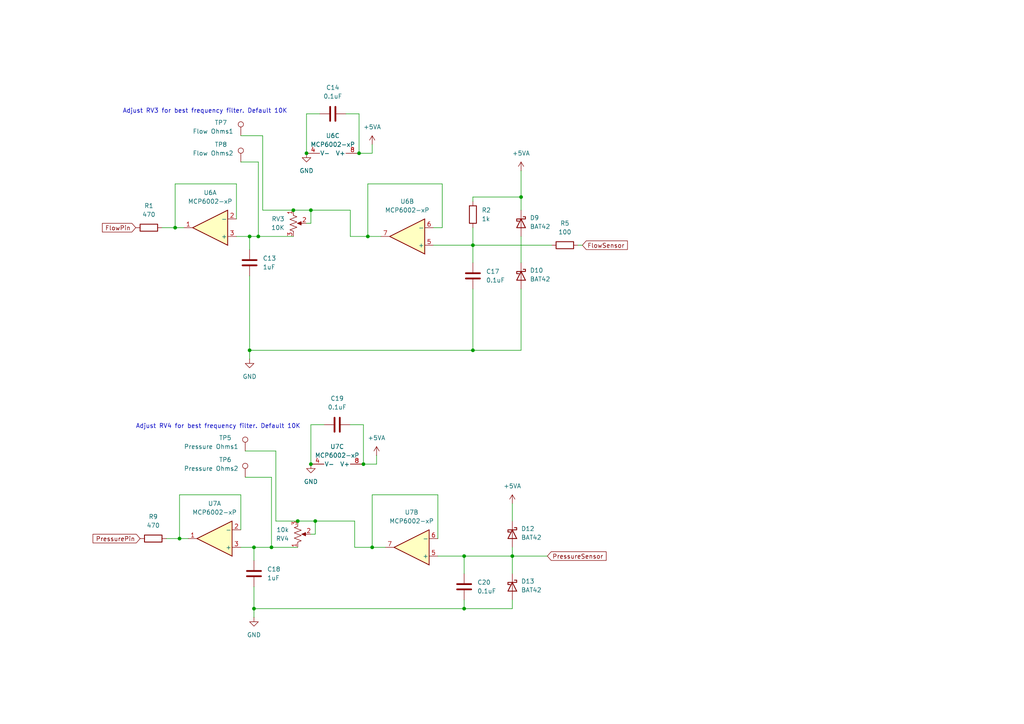
<source format=kicad_sch>
(kicad_sch (version 20231120) (generator "eeschema") (generator_version "8.0")
  (paper "A4")
  (title_block (title "Sensors") (date "2024-10-30"))
  (lib_symbols
    (symbol "Device:R" (pin_numbers hide) (pin_names (offset 0))
      (property "Reference" "R" (at 2.032 0 90))
      (property "Value" "R" (at 0 0 90))
      (symbol "R_0_1"
        (rectangle (start -1.016 -2.54) (end 1.016 2.54) (stroke (width 0.254)))
      )
      (symbol "R_1_1"
        (pin passive line (at 0 3.81 270) (length 1.27) (name "~") (number "1"))
        (pin passive line (at 0 -3.81 90) (length 1.27) (name "~") (number "2"))
      )
    )
    (symbol "RC17Symbols:BAT42" (pin_numbers hide) (pin_names (offset 1.016) hide)
      (property "Reference" "D" (at 0 2.54 0))
      (property "Value" "BAT42" (at 0 -2.54 0))
      (symbol "BAT42_0_1"
        (polyline (pts (xy 1.27 0) (xy -1.27 0)))
        (polyline (pts (xy 1.27 1.27) (xy 1.27 -1.27) (xy -1.27 0) (xy 1.27 1.27)) (stroke (width 0.254)))
        (polyline (pts (xy -1.905 0.635) (xy -1.905 1.27) (xy -1.27 1.27) (xy -1.27 -1.27) (xy -0.635 -1.27) (xy -0.635 -0.635)) (stroke (width 0.254)))
      )
      (symbol "BAT42_1_1"
        (pin passive line (at -3.81 0 0) (length 2.54) (name "K") (number "1"))
        (pin passive line (at 3.81 0 180) (length 2.54) (name "A") (number "2"))
      )
    )
    (symbol "RC17Symbols:C" (pin_numbers hide) (pin_names (offset 0.254))
      (property "Reference" "C" (at 0.635 2.54 0))
      (property "Value" "C" (at 0.635 -2.54 0))
      (symbol "C_0_1"
        (polyline (pts (xy -2.032 -0.762) (xy 2.032 -0.762)) (stroke (width 0.508)))
        (polyline (pts (xy -2.032 0.762) (xy 2.032 0.762)) (stroke (width 0.508)))
      )
      (symbol "C_1_1"
        (pin passive line (at 0 3.81 270) (length 2.794) (name "~") (number "1"))
        (pin passive line (at 0 -3.81 90) (length 2.794) (name "~") (number "2"))
      )
    )
    (symbol "RC17Symbols:MCP6002-xP" (pin_names (offset 0.127))
      (property "Reference" "U" (at 0 5.08 0))
      (property "Value" "MCP6002-xP" (at 0 -5.08 0))
      (symbol "MCP6002-xP_1_1"
        (polyline (pts (xy -5.08 5.08) (xy 5.08 0) (xy -5.08 -5.08) (xy -5.08 5.08)) (stroke (width 0.254)) (fill (type background)))
        (pin output line (at 7.62 0 180) (length 2.54) (name "~") (number "1"))
        (pin input line (at -7.62 -2.54 0) (length 2.54) (name "-") (number "2"))
        (pin input line (at -7.62 2.54 0) (length 2.54) (name "+") (number "3"))
      )
      (symbol "MCP6002-xP_2_1"
        (polyline (pts (xy -5.08 5.08) (xy 5.08 0) (xy -5.08 -5.08) (xy -5.08 5.08)) (stroke (width 0.254)) (fill (type background)))
        (pin input line (at -7.62 2.54 0) (length 2.54) (name "+") (number "5"))
        (pin input line (at -7.62 -2.54 0) (length 2.54) (name "-") (number "6"))
        (pin output line (at 7.62 0 180) (length 2.54) (name "~") (number "7"))
      )
      (symbol "MCP6002-xP_3_1"
        (pin power_in line (at -2.54 -7.62 90) (length 3.81) (name "V-") (number "4"))
        (pin power_in line (at -2.54 7.62 270) (length 3.81) (name "V+") (number "8"))
      )
    )
    (symbol "RC17Symbols:R" (pin_numbers hide) (pin_names (offset 0))
      (property "Reference" "R" (at 2.032 0 90))
      (property "Value" "R" (at 0 0 90))
      (symbol "R_0_1"
        (rectangle (start -1.016 -2.54) (end 1.016 2.54) (stroke (width 0.254)))
      )
      (symbol "R_1_1"
        (pin passive line (at 0 3.81 270) (length 1.27) (name "~") (number "1"))
        (pin passive line (at 0 -3.81 90) (length 1.27) (name "~") (number "2"))
      )
    )
    (symbol "RC17Symbols:R_Potentiometer_US" (pin_names (offset 1.016) hide)
      (property "Reference" "RV" (at -4.445 0 90))
      (property "Value" "R_Potentiometer_US" (at -2.54 0 90))
      (symbol "R_Potentiometer_US_0_1"
        (polyline (pts (xy 0 -2.286) (xy 0 -2.54)))
        (polyline (pts (xy 0 2.54) (xy 0 2.286)))
        (polyline (pts (xy 2.54 0) (xy 1.524 0)))
        (polyline (pts (xy 1.143 0) (xy 2.286 0.508) (xy 2.286 -0.508) (xy 1.143 0)) (fill (type outline)))
        (polyline (pts (xy 0 -0.762) (xy 1.016 -1.143) (xy 0 -1.524) (xy -1.016 -1.905) (xy 0 -2.286)))
        (polyline (pts (xy 0 0.762) (xy 1.016 0.381) (xy 0 0) (xy -1.016 -0.381) (xy 0 -0.762)))
        (polyline (pts (xy 0 2.286) (xy 1.016 1.905) (xy 0 1.524) (xy -1.016 1.143) (xy 0 0.762)))
      )
      (symbol "R_Potentiometer_US_1_1"
        (pin passive line (at 0 3.81 270) (length 1.27) (name "1") (number "1"))
        (pin passive line (at 3.81 0 180) (length 1.27) (name "2") (number "2"))
        (pin passive line (at 0 -3.81 90) (length 1.27) (name "3") (number "3"))
      )
    )
    (symbol "RC17Symbols:TestPoint" (pin_numbers hide) (pin_names (offset 0.762) hide)
      (property "Reference" "TP" (at 0 6.858 0))
      (property "Value" "TestPoint" (at 0 5.08 0))
      (symbol "TestPoint_0_1"
        (circle (center 0 3.302) (radius 0.762))
      )
      (symbol "TestPoint_1_1"
        (pin passive line (at 0 0 90) (length 2.54) (name "1") (number "1"))
      )
    )
    (symbol "power:+5VA" (power) (pin_numbers hide) (pin_names (offset 0) hide)
      (property "Value" "+5VA" (at 0 3.556 0))
      (symbol "+5VA_0_1"
        (polyline (pts (xy -0.762 1.27) (xy 0 2.54)))
        (polyline (pts (xy 0 0) (xy 0 2.54)))
        (polyline (pts (xy 0 2.54) (xy 0.762 1.27)))
      )
      (symbol "+5VA_1_1"
        (pin power_in line (at 0 0 90) (length 0) (name "~") (number "1"))
      )
    )
    (symbol "power:GND" (power) (pin_numbers hide) (pin_names (offset 0) hide)
      (property "Value" "GND" (at 0 -3.81 0))
      (symbol "GND_0_1"
        (polyline (pts (xy 0 0) (xy 0 -1.27) (xy 1.27 -1.27) (xy 0 -2.54) (xy -1.27 -1.27) (xy 0 -1.27)))
      )
      (symbol "GND_1_1"
        (pin power_in line (at 0 0 270) (length 0) (name "~") (number "1"))
      )
    )
  )
  (junction (at 106.68 68.58))
  (junction (at 148.59 161.29))
  (junction (at 73.66 158.75))
  (junction (at 134.62 161.29))
  (junction (at 107.95 158.75))
  (junction (at 137.16 101.6))
  (junction (at 72.39 101.6))
  (junction (at 74.93 68.58))
  (junction (at 91.44 151.13))
  (junction (at 134.62 176.53))
  (junction (at 90.17 60.96))
  (junction (at 50.8 66.04))
  (junction (at 105.41 134.62))
  (junction (at 52.07 156.21))
  (junction (at 78.74 158.75))
  (junction (at 85.09 60.96))
  (junction (at 90.17 134.62))
  (junction (at 86.36 151.13))
  (junction (at 137.16 71.12))
  (junction (at 104.14 44.45))
  (junction (at 88.9 44.45))
  (junction (at 72.39 68.58))
  (junction (at 73.66 176.53))
  (junction (at 151.13 57.15))
  (wire (pts (xy 88.9 33.02) (xy 92.71 33.02)))
  (wire (pts (xy 102.87 158.75) (xy 107.95 158.75)))
  (wire (pts (xy 127 161.29) (xy 134.62 161.29)))
  (wire (pts (xy 106.68 53.34) (xy 128.27 53.34)))
  (wire (pts (xy 107.95 143.51) (xy 107.95 158.75)))
  (wire (pts (xy 127 143.51) (xy 107.95 143.51)))
  (wire (pts (xy 73.66 176.53) (xy 73.66 179.07)))
  (wire (pts (xy 90.17 60.96) (xy 85.09 60.96)))
  (wire (pts (xy 73.66 176.53) (xy 134.62 176.53)))
  (wire (pts (xy 134.62 173.99) (xy 134.62 176.53)))
  (wire (pts (xy 151.13 101.6) (xy 137.16 101.6)))
  (wire (pts (xy 76.2 60.96) (xy 85.09 60.96)))
  (wire (pts (xy 88.9 64.77) (xy 90.17 64.77)))
  (wire (pts (xy 91.44 151.13) (xy 86.36 151.13)))
  (wire (pts (xy 109.22 132.08) (xy 109.22 134.62)))
  (wire (pts (xy 102.87 158.75) (xy 102.87 151.13)))
  (wire (pts (xy 125.73 71.12) (xy 137.16 71.12)))
  (wire (pts (xy 105.41 123.19) (xy 101.6 123.19)))
  (wire (pts (xy 151.13 49.53) (xy 151.13 57.15)))
  (wire (pts (xy 151.13 68.58) (xy 151.13 76.2)))
  (wire (pts (xy 90.17 64.77) (xy 90.17 60.96)))
  (wire (pts (xy 76.2 39.37) (xy 76.2 60.96)))
  (wire (pts (xy 101.6 60.96) (xy 90.17 60.96)))
  (wire (pts (xy 71.12 130.81) (xy 80.01 130.81)))
  (wire (pts (xy 52.07 143.51) (xy 52.07 156.21)))
  (wire (pts (xy 151.13 57.15) (xy 151.13 60.96)))
  (wire (pts (xy 134.62 161.29) (xy 148.59 161.29)))
  (wire (pts (xy 74.93 68.58) (xy 85.09 68.58)))
  (wire (pts (xy 72.39 68.58) (xy 72.39 72.39)))
  (wire (pts (xy 90.17 154.94) (xy 91.44 154.94)))
  (wire (pts (xy 69.85 158.75) (xy 73.66 158.75)))
  (wire (pts (xy 134.62 161.29) (xy 134.62 166.37)))
  (wire (pts (xy 71.12 138.43) (xy 78.74 138.43)))
  (wire (pts (xy 91.44 154.94) (xy 91.44 151.13)))
  (wire (pts (xy 46.99 66.04) (xy 50.8 66.04)))
  (wire (pts (xy 68.58 68.58) (xy 72.39 68.58)))
  (wire (pts (xy 127 156.21) (xy 127 143.51)))
  (wire (pts (xy 106.68 53.34) (xy 106.68 68.58)))
  (wire (pts (xy 102.87 151.13) (xy 91.44 151.13)))
  (wire (pts (xy 73.66 170.18) (xy 73.66 176.53)))
  (wire (pts (xy 148.59 161.29) (xy 148.59 166.37)))
  (wire (pts (xy 101.6 68.58) (xy 106.68 68.58)))
  (wire (pts (xy 167.64 71.12) (xy 168.91 71.12)))
  (wire (pts (xy 72.39 80.01) (xy 72.39 101.6)))
  (wire (pts (xy 109.22 134.62) (xy 105.41 134.62)))
  (wire (pts (xy 68.58 53.34) (xy 50.8 53.34)))
  (wire (pts (xy 69.85 39.37) (xy 76.2 39.37)))
  (wire (pts (xy 69.85 143.51) (xy 52.07 143.51)))
  (wire (pts (xy 137.16 57.15) (xy 151.13 57.15)))
  (wire (pts (xy 151.13 83.82) (xy 151.13 101.6)))
  (wire (pts (xy 128.27 66.04) (xy 125.73 66.04)))
  (wire (pts (xy 73.66 158.75) (xy 73.66 162.56)))
  (wire (pts (xy 101.6 68.58) (xy 101.6 60.96)))
  (wire (pts (xy 90.17 123.19) (xy 93.98 123.19)))
  (wire (pts (xy 72.39 68.58) (xy 74.93 68.58)))
  (wire (pts (xy 72.39 101.6) (xy 72.39 104.14)))
  (wire (pts (xy 148.59 176.53) (xy 134.62 176.53)))
  (wire (pts (xy 148.59 158.75) (xy 148.59 161.29)))
  (wire (pts (xy 78.74 158.75) (xy 86.36 158.75)))
  (wire (pts (xy 52.07 156.21) (xy 54.61 156.21)))
  (wire (pts (xy 148.59 173.99) (xy 148.59 176.53)))
  (wire (pts (xy 78.74 138.43) (xy 78.74 158.75)))
  (wire (pts (xy 137.16 71.12) (xy 160.02 71.12)))
  (wire (pts (xy 137.16 66.04) (xy 137.16 71.12)))
  (wire (pts (xy 104.14 44.45) (xy 104.14 33.02)))
  (wire (pts (xy 80.01 130.81) (xy 80.01 151.13)))
  (wire (pts (xy 137.16 83.82) (xy 137.16 101.6)))
  (wire (pts (xy 48.26 156.21) (xy 52.07 156.21)))
  (wire (pts (xy 128.27 53.34) (xy 128.27 66.04)))
  (wire (pts (xy 106.68 68.58) (xy 110.49 68.58)))
  (wire (pts (xy 105.41 134.62) (xy 105.41 123.19)))
  (wire (pts (xy 50.8 53.34) (xy 50.8 66.04)))
  (wire (pts (xy 73.66 158.75) (xy 78.74 158.75)))
  (wire (pts (xy 72.39 101.6) (xy 137.16 101.6)))
  (wire (pts (xy 148.59 161.29) (xy 158.75 161.29)))
  (wire (pts (xy 137.16 71.12) (xy 137.16 76.2)))
  (wire (pts (xy 69.85 46.99) (xy 74.93 46.99)))
  (wire (pts (xy 137.16 57.15) (xy 137.16 58.42)))
  (wire (pts (xy 107.95 41.91) (xy 107.95 44.45)))
  (wire (pts (xy 90.17 134.62) (xy 90.17 123.19)))
  (wire (pts (xy 50.8 66.04) (xy 53.34 66.04)))
  (wire (pts (xy 68.58 63.5) (xy 68.58 53.34)))
  (wire (pts (xy 148.59 146.05) (xy 148.59 151.13)))
  (wire (pts (xy 107.95 158.75) (xy 111.76 158.75)))
  (wire (pts (xy 88.9 44.45) (xy 88.9 33.02)))
  (wire (pts (xy 104.14 33.02) (xy 100.33 33.02)))
  (wire (pts (xy 69.85 153.67) (xy 69.85 143.51)))
  (wire (pts (xy 74.93 46.99) (xy 74.93 68.58)))
  (wire (pts (xy 107.95 44.45) (xy 104.14 44.45)))
  (wire (pts (xy 80.01 151.13) (xy 86.36 151.13)))
  (text "Adjust RV3 for best frequency filter. Default 10K" (at 35.56 33.02 0) (effects (font (size 1.27 1.27)) (justify left bottom)))
  (text "Adjust RV4 for best frequency filter. Default 10K" (at 39.37 124.46 0) (effects (font (size 1.27 1.27)) (justify left bottom)))
  (global_label "PressureSensor" (shape input) (at 158.75 161.29 0) (property "Intersheetrefs" "${INTERSHEET_REFS}" (effects (hide yes))))
  (global_label "PressurePin" (shape input) (at 40.64 156.21 180) (property "Intersheetrefs" "${INTERSHEET_REFS}" (effects (hide yes))))
  (global_label "FlowPin" (shape input) (at 39.37 66.04 180) (property "Intersheetrefs" "${INTERSHEET_REFS}" (effects (hide yes))))
  (global_label "FlowSensor" (shape input) (at 168.91 71.12 0) (property "Intersheetrefs" "${INTERSHEET_REFS}" (effects (hide yes))))
  (symbol (lib_id "power:+5VA") (at 151.13 49.53 0) (unit 1)
    (property "Reference" "#PWR08" (effects (hide yes)))
    (property "Value" "+5VA" (at 151.13 44.45 0))
    (property "Description" "Power symbol creates a global label with name \"+5VA\"" (effects (hide yes)))
  )
  (symbol (lib_id "RC17Symbols:MCP6002-xP") (at 119.38 158.75 180) (unit 2)
    (property "Reference" "U7" (at 119.38 148.59 0))
    (property "Value" "MCP6002-xP" (at 119.38 151.13 0))
    (property "Footprint" "RC17Footprints:SOIC127P600X175-8N" (effects (hide yes)))
    (property "Datasheet" "http://ww1.microchip.com/downloads/en/DeviceDoc/21733j.pdf" (effects (hide yes)))
  )
  (symbol (lib_id "RC17Symbols:TestPoint") (at 71.12 138.43 0) (unit 1) (in_bom no)
    (property "Reference" "TP6" (at 63.5 133.35 0) (effects (justify left)))
    (property "Value" "Pressure Ohms2" (at 53.34 135.89 0) (effects (justify left)))
    (property "Footprint" "TestPoint:TestPoint_THTPad_D2.5mm_Drill1.2mm" (effects (hide yes)))
  )
  (symbol (lib_id "RC17Symbols:R") (at 43.18 66.04 90) (unit 1)
    (property "Reference" "R1" (at 43.18 59.69 90))
    (property "Value" "470" (at 43.18 62.23 90))
    (property "Footprint" "Capacitor_SMD:C_0603_1608Metric" (effects (hide yes)))
  )
  (symbol (lib_id "Device:R") (at 137.16 62.23 0) (unit 1) (in_bom no)
    (property "Reference" "R2" (at 139.7 60.9599 0) (effects (justify left)))
    (property "Value" "1k" (at 139.7 63.4999 0) (effects (justify left)))
    (property "Footprint" "Resistor_THT:R_Axial_DIN0207_L6.3mm_D2.5mm_P10.16mm_Horizontal" (effects (hide yes)))
    (property "Description" "Resistor" (effects (hide yes)))
  )
  (symbol (lib_id "RC17Symbols:BAT42") (at 148.59 170.18 270) (unit 1)
    (property "Reference" "D13" (at 151.13 168.5925 90) (effects (justify left)))
    (property "Value" "BAT42" (at 151.13 171.1325 90) (effects (justify left)))
    (property "Footprint" "RC17Footprints:SOD-323" (effects (hide yes)))
    (property "Datasheet" "http://www.vishay.com/docs/85660/bat42.pdf" (effects (hide yes)))
  )
  (symbol (lib_id "RC17Symbols:MCP6002-xP") (at 96.52 46.99 270) (unit 3)
    (property "Reference" "U6" (at 96.52 39.37 90))
    (property "Value" "MCP6002-xP" (at 96.52 41.91 90))
    (property "Footprint" "RC17Footprints:SOIC127P600X175-8N" (effects (hide yes)))
    (property "Datasheet" "http://ww1.microchip.com/downloads/en/DeviceDoc/21733j.pdf" (effects (hide yes)))
  )
  (symbol (lib_id "RC17Symbols:C") (at 97.79 123.19 90) (unit 1)
    (property "Reference" "C19" (at 97.79 115.57 90))
    (property "Value" "0.1uF" (at 97.79 118.11 90))
    (property "Footprint" "Capacitor_SMD:C_0603_1608Metric" (effects (hide yes)))
  )
  (symbol (lib_id "RC17Symbols:TestPoint") (at 71.12 130.81 0) (unit 1) (in_bom no)
    (property "Reference" "TP5" (at 63.5 127 0) (effects (justify left)))
    (property "Value" "Pressure Ohms1" (at 53.34 129.54 0) (effects (justify left)))
    (property "Footprint" "TestPoint:TestPoint_THTPad_D2.5mm_Drill1.2mm" (effects (hide yes)))
  )
  (symbol (lib_id "RC17Symbols:MCP6002-xP") (at 97.79 137.16 270) (unit 3)
    (property "Reference" "U7" (at 97.79 129.54 90))
    (property "Value" "MCP6002-xP" (at 97.79 132.08 90))
    (property "Footprint" "RC17Footprints:SOIC127P600X175-8N" (effects (hide yes)))
    (property "Datasheet" "http://ww1.microchip.com/downloads/en/DeviceDoc/21733j.pdf" (effects (hide yes)))
  )
  (symbol (lib_id "RC17Symbols:TestPoint") (at 69.85 39.37 0) (unit 1) (in_bom no)
    (property "Reference" "TP7" (at 62.23 35.56 0) (effects (justify left)))
    (property "Value" "Flow Ohms1" (at 55.88 38.1 0) (effects (justify left)))
    (property "Footprint" "TestPoint:TestPoint_THTPad_D2.5mm_Drill1.2mm" (effects (hide yes)))
  )
  (symbol (lib_id "RC17Symbols:BAT42") (at 151.13 80.01 270) (unit 1)
    (property "Reference" "D10" (at 153.67 78.4225 90) (effects (justify left)))
    (property "Value" "BAT42" (at 153.67 80.9625 90) (effects (justify left)))
    (property "Footprint" "RC17Footprints:SOD-323" (effects (hide yes)))
    (property "Datasheet" "http://www.vishay.com/docs/85660/bat42.pdf" (effects (hide yes)))
  )
  (symbol (lib_id "RC17Symbols:C") (at 72.39 76.2 0) (unit 1)
    (property "Reference" "C13" (at 76.2 74.93 0) (effects (justify left)))
    (property "Value" "1uF" (at 76.2 77.47 0) (effects (justify left)))
    (property "Footprint" "Capacitor_SMD:C_0805_2012Metric" (effects (hide yes)))
  )
  (symbol (lib_id "RC17Symbols:C") (at 96.52 33.02 90) (unit 1)
    (property "Reference" "C14" (at 96.52 25.4 90))
    (property "Value" "0.1uF" (at 96.52 27.94 90))
    (property "Footprint" "Capacitor_SMD:C_0603_1608Metric" (effects (hide yes)))
  )
  (symbol (lib_id "RC17Symbols:R") (at 44.45 156.21 90) (unit 1)
    (property "Reference" "R9" (at 44.45 149.86 90))
    (property "Value" "470" (at 44.45 152.4 90))
    (property "Footprint" "Capacitor_SMD:C_0603_1608Metric" (effects (hide yes)))
  )
  (symbol (lib_id "RC17Symbols:R_Potentiometer_US") (at 85.09 64.77 0) (unit 1)
    (property "Reference" "RV3" (at 82.55 63.5 0) (effects (justify right)))
    (property "Value" "10K" (at 82.55 66.04 0) (effects (justify right)))
    (property "Footprint" "RC17Footprints:Potentiometer" (effects (hide yes)))
  )
  (symbol (lib_id "RC17Symbols:C") (at 73.66 166.37 0) (unit 1)
    (property "Reference" "C18" (at 77.47 165.1 0) (effects (justify left)))
    (property "Value" "1uF" (at 77.47 167.64 0) (effects (justify left)))
    (property "Footprint" "Capacitor_SMD:C_0805_2012Metric" (effects (hide yes)))
  )
  (symbol (lib_id "RC17Symbols:R_Potentiometer_US") (at 86.36 154.94 0) (mirror x) (unit 1)
    (property "Reference" "RV4" (at 83.82 156.21 0) (effects (justify right)))
    (property "Value" "10k" (at 83.82 153.67 0) (effects (justify right)))
    (property "Footprint" "RC17Footprints:Potentiometer" (effects (hide yes)))
  )
  (symbol (lib_id "RC17Symbols:MCP6002-xP") (at 118.11 68.58 180) (unit 2)
    (property "Reference" "U6" (at 118.11 58.42 0))
    (property "Value" "MCP6002-xP" (at 118.11 60.96 0))
    (property "Footprint" "RC17Footprints:SOIC127P600X175-8N" (effects (hide yes)))
    (property "Datasheet" "http://ww1.microchip.com/downloads/en/DeviceDoc/21733j.pdf" (effects (hide yes)))
  )
  (symbol (lib_id "RC17Symbols:TestPoint") (at 69.85 46.99 0) (unit 1) (in_bom no)
    (property "Reference" "TP8" (at 62.23 41.91 0) (effects (justify left)))
    (property "Value" "Flow Ohms2" (at 55.88 44.45 0) (effects (justify left)))
    (property "Footprint" "TestPoint:TestPoint_THTPad_D2.5mm_Drill1.2mm" (effects (hide yes)))
  )
  (symbol (lib_id "RC17Symbols:MCP6002-xP") (at 60.96 66.04 180) (unit 1)
    (property "Reference" "U6" (at 60.96 55.88 0))
    (property "Value" "MCP6002-xP" (at 60.96 58.42 0))
    (property "Footprint" "RC17Footprints:SOIC127P600X175-8N" (effects (hide yes)))
    (property "Datasheet" "http://ww1.microchip.com/downloads/en/DeviceDoc/21733j.pdf" (effects (hide yes)))
  )
  (symbol (lib_id "power:GND") (at 90.17 134.62 0) (unit 1)
    (property "Reference" "#PWR047" (effects (hide yes)))
    (property "Value" "GND" (at 90.17 139.7 0))
    (property "Description" "Power symbol creates a global label with name \"GND\" , ground" (effects (hide yes)))
  )
  (symbol (lib_id "power:GND") (at 88.9 44.45 0) (unit 1)
    (property "Reference" "#PWR01" (effects (hide yes)))
    (property "Value" "GND" (at 88.9 49.53 0))
    (property "Description" "Power symbol creates a global label with name \"GND\" , ground" (effects (hide yes)))
  )
  (symbol (lib_id "RC17Symbols:C") (at 134.62 170.18 0) (unit 1)
    (property "Reference" "C20" (at 138.43 168.91 0) (effects (justify left)))
    (property "Value" "0.1uF" (at 138.43 171.45 0) (effects (justify left)))
    (property "Footprint" "Capacitor_SMD:C_0603_1608Metric" (effects (hide yes)))
  )
  (symbol (lib_id "Device:R") (at 163.83 71.12 90) (unit 1) (in_bom no)
    (property "Reference" "R5" (at 163.83 64.77 90))
    (property "Value" "100" (at 163.83 67.31 90))
    (property "Footprint" "Resistor_THT:R_Axial_DIN0207_L6.3mm_D2.5mm_P10.16mm_Horizontal" (effects (hide yes)))
    (property "Description" "Resistor" (effects (hide yes)))
  )
  (symbol (lib_id "power:GND") (at 73.66 179.07 0) (unit 1)
    (property "Reference" "#PWR048" (effects (hide yes)))
    (property "Value" "GND" (at 73.66 184.15 0))
    (property "Description" "Power symbol creates a global label with name \"GND\" , ground" (effects (hide yes)))
  )
  (symbol (lib_id "power:GND") (at 72.39 104.14 0) (unit 1)
    (property "Reference" "#PWR06" (effects (hide yes)))
    (property "Value" "GND" (at 72.39 109.22 0))
    (property "Description" "Power symbol creates a global label with name \"GND\" , ground" (effects (hide yes)))
  )
  (symbol (lib_id "RC17Symbols:BAT42") (at 151.13 64.77 270) (unit 1)
    (property "Reference" "D9" (at 153.67 63.1825 90) (effects (justify left)))
    (property "Value" "BAT42" (at 153.67 65.7225 90) (effects (justify left)))
    (property "Footprint" "RC17Footprints:SOD-323" (effects (hide yes)))
    (property "Datasheet" "http://www.vishay.com/docs/85660/bat42.pdf" (effects (hide yes)))
  )
  (symbol (lib_id "RC17Symbols:MCP6002-xP") (at 62.23 156.21 180) (unit 1)
    (property "Reference" "U7" (at 62.23 146.05 0))
    (property "Value" "MCP6002-xP" (at 62.23 148.59 0))
    (property "Footprint" "RC17Footprints:SOIC127P600X175-8N" (effects (hide yes)))
    (property "Datasheet" "http://ww1.microchip.com/downloads/en/DeviceDoc/21733j.pdf" (effects (hide yes)))
  )
  (symbol (lib_id "RC17Symbols:BAT42") (at 148.59 154.94 270) (unit 1)
    (property "Reference" "D12" (at 151.13 153.3525 90) (effects (justify left)))
    (property "Value" "BAT42" (at 151.13 155.8925 90) (effects (justify left)))
    (property "Footprint" "RC17Footprints:SOD-323" (effects (hide yes)))
    (property "Datasheet" "http://www.vishay.com/docs/85660/bat42.pdf" (effects (hide yes)))
  )
  (symbol (lib_id "RC17Symbols:C") (at 137.16 80.01 0) (unit 1)
    (property "Reference" "C17" (at 140.97 78.74 0) (effects (justify left)))
    (property "Value" "0.1uF" (at 140.97 81.28 0) (effects (justify left)))
    (property "Footprint" "Capacitor_SMD:C_0603_1608Metric" (effects (hide yes)))
  )
  (symbol (lib_id "power:+5VA") (at 109.22 132.08 0) (unit 1)
    (property "Reference" "#PWR09" (effects (hide yes)))
    (property "Value" "+5VA" (at 109.22 127 0))
    (property "Description" "Power symbol creates a global label with name \"+5VA\"" (effects (hide yes)))
  )
  (symbol (lib_id "power:+5VA") (at 107.95 41.91 0) (unit 1)
    (property "Reference" "#PWR07" (effects (hide yes)))
    (property "Value" "+5VA" (at 107.95 36.83 0))
    (property "Description" "Power symbol creates a global label with name \"+5VA\"" (effects (hide yes)))
  )
  (symbol (lib_id "power:+5VA") (at 148.59 146.05 0) (unit 1)
    (property "Reference" "#PWR010" (effects (hide yes)))
    (property "Value" "+5VA" (at 148.59 140.97 0))
    (property "Description" "Power symbol creates a global label with name \"+5VA\"" (effects (hide yes)))
  )
)
</source>
